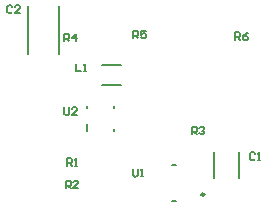
<source format=gto>
G04*
G04 #@! TF.GenerationSoftware,Altium Limited,Altium Designer,22.10.1 (41)*
G04*
G04 Layer_Color=65535*
%FSLAX44Y44*%
%MOMM*%
G71*
G04*
G04 #@! TF.SameCoordinates,1FFB8BF8-2B07-4287-B8AF-9A6C265E6988*
G04*
G04*
G04 #@! TF.FilePolarity,Positive*
G04*
G01*
G75*
%ADD10C,0.2500*%
%ADD11C,0.2000*%
%ADD12C,0.1700*%
%ADD13C,0.1778*%
D10*
X939900Y45060D02*
G03*
X939900Y45060I-1250J0D01*
G01*
D11*
X912800Y39610D02*
X916000D01*
X912800Y69610D02*
X916000D01*
X853060Y154800D02*
X869060D01*
X853060Y137300D02*
X869060D01*
X790879Y163619D02*
Y204681D01*
X816941Y163619D02*
Y204681D01*
X948100Y58850D02*
Y80850D01*
X969677Y58797D02*
Y80797D01*
D12*
X863670Y98470D02*
Y100220D01*
Y118220D02*
Y119970D01*
X840670Y118220D02*
Y119970D01*
Y98470D02*
Y104970D01*
D13*
X831429Y155575D02*
X831427Y149227D01*
X835659Y149226D01*
X837775Y149225D02*
X839891Y149225D01*
X838833Y149225D01*
X838835Y155573D01*
X837777Y154515D01*
X822714Y50227D02*
X822787Y56575D01*
X825961Y56538D01*
X827006Y55468D01*
X826982Y53352D01*
X825912Y52306D01*
X822738Y52343D01*
X824854Y52319D02*
X826946Y50178D01*
X833293Y50105D02*
X829061Y50154D01*
X833342Y54337D01*
X833354Y55395D01*
X832308Y56465D01*
X830192Y56489D01*
X829122Y55444D01*
X966204Y175991D02*
X966318Y182338D01*
X969491Y182281D01*
X970530Y181204D01*
X970492Y179089D01*
X969416Y178050D01*
X966242Y178107D01*
X968358Y178069D02*
X970435Y175915D01*
X976896Y182149D02*
X974761Y181129D01*
X972608Y179051D01*
X972570Y176936D01*
X973609Y175859D01*
X975725Y175821D01*
X976801Y176860D01*
X976820Y177918D01*
X975781Y178995D01*
X972608Y179051D01*
X879605Y66560D02*
X879746Y61272D01*
X880832Y60242D01*
X882947Y60299D01*
X883977Y61385D01*
X883835Y66673D01*
X886120Y60384D02*
X888235Y60440D01*
X887178Y60412D01*
X887008Y66758D01*
X885979Y65672D01*
X777452Y204046D02*
X776394Y205104D01*
X774278D01*
X773220Y204046D01*
Y199814D01*
X774278Y198756D01*
X776394D01*
X777452Y199814D01*
X783800Y198756D02*
X779568D01*
X783800Y202988D01*
Y204046D01*
X782742Y205104D01*
X780626D01*
X779568Y204046D01*
X982945Y79586D02*
X981870Y80626D01*
X979754Y80591D01*
X978714Y79516D01*
X978783Y75285D01*
X979859Y74244D01*
X981974Y74279D01*
X983015Y75354D01*
X985148Y74331D02*
X987263Y74366D01*
X986206Y74349D01*
X986101Y80696D01*
X985061Y79620D01*
X821448Y118690D02*
X821502Y113400D01*
X822571Y112353D01*
X824687Y112375D01*
X825734Y113443D01*
X825680Y118733D01*
X832092Y112450D02*
X827860Y112407D01*
X832049Y116682D01*
X832038Y117740D01*
X830969Y118787D01*
X828854Y118765D01*
X827806Y117697D01*
X823794Y69235D02*
X823822Y75583D01*
X826996Y75569D01*
X828050Y74506D01*
X828040Y72390D01*
X826977Y71337D01*
X823803Y71351D01*
X825919Y71342D02*
X828026Y69216D01*
X830142Y69207D02*
X832258Y69197D01*
X831200Y69202D01*
X831228Y75550D01*
X830165Y74496D01*
X929441Y95868D02*
X929419Y102216D01*
X932593Y102227D01*
X933655Y101172D01*
X933662Y99056D01*
X932608Y97995D01*
X929434Y97984D01*
X931550Y97991D02*
X933673Y95882D01*
X935771Y101180D02*
X936825Y102241D01*
X938941Y102248D01*
X940003Y101194D01*
X940006Y100136D01*
X938952Y99074D01*
X937894Y99071D01*
X938952Y99074D01*
X940014Y98020D01*
X940017Y96962D01*
X938963Y95900D01*
X936847Y95893D01*
X935785Y96948D01*
X821480Y174626D02*
Y180974D01*
X824654D01*
X825712Y179916D01*
Y177800D01*
X824654Y176742D01*
X821480D01*
X823596D02*
X825712Y174626D01*
X831002D02*
Y180974D01*
X827828Y177800D01*
X832060D01*
X879849Y177253D02*
X879953Y183601D01*
X883127Y183548D01*
X884167Y182473D01*
X884132Y180357D01*
X883057Y179317D01*
X879883Y179369D01*
X881999Y179334D02*
X884080Y177184D01*
X890531Y183427D02*
X886300Y183496D01*
X886248Y180323D01*
X888381Y181346D01*
X889439Y181328D01*
X890479Y180253D01*
X890444Y178137D01*
X889369Y177097D01*
X887253Y177132D01*
X886213Y178207D01*
M02*

</source>
